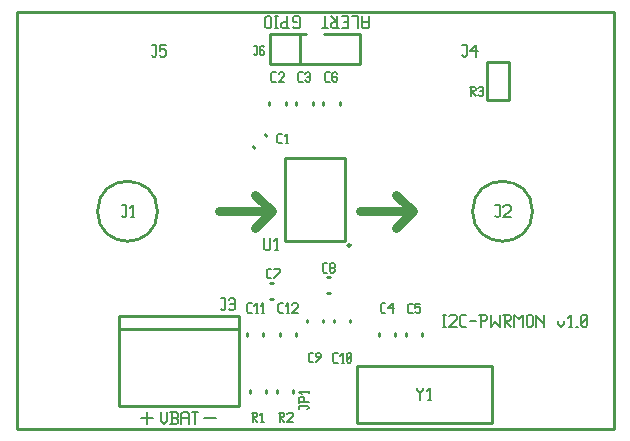
<source format=gbr>
G04 start of page 8 for group -4079 idx -4079 *
G04 Title: (unknown), topsilk *
G04 Creator: pcb 20140316 *
G04 CreationDate: Sun 30 Dec 2018 08:06:51 PM GMT UTC *
G04 For: railfan *
G04 Format: Gerber/RS-274X *
G04 PCB-Dimensions (mil): 2200.00 1600.00 *
G04 PCB-Coordinate-Origin: lower left *
%MOIN*%
%FSLAX25Y25*%
%LNTOPSILK*%
%ADD76C,0.0060*%
%ADD75C,0.0300*%
%ADD74C,0.0100*%
G54D74*X10500Y149500D02*X209500D01*
Y10500D01*
G54D75*X142500Y83000D02*X137000Y88500D01*
X142500Y83000D02*X137000Y77500D01*
X125000Y83000D02*X142500D01*
G54D74*X10500Y149500D02*Y10500D01*
G54D75*X78000Y83000D02*X95500D01*
X90000Y88500D01*
X95500Y83000D02*X90000Y77500D01*
G54D74*X10500Y10500D02*X209500D01*
G54D76*X73000Y14000D02*X77000D01*
X52000D02*X56000D01*
X54000Y16000D02*Y12000D01*
X103000Y144000D02*X102500Y144500D01*
X103000Y144000D02*X104500D01*
X105000Y144500D02*X104500Y144000D01*
X105000Y147500D02*Y144500D01*
Y147500D02*X104500Y148000D01*
X103000D02*X104500D01*
X103000D02*X102500Y147500D01*
Y146500D01*
X103000Y146000D02*X102500Y146500D01*
X103000Y146000D02*X104000D01*
X100800Y148000D02*Y144000D01*
X99300D02*X101300D01*
X99300D02*X98800Y144500D01*
Y145500D02*Y144500D01*
X99300Y146000D02*X98800Y145500D01*
X99300Y146000D02*X100800D01*
X96600Y144000D02*X97600D01*
X97100Y148000D02*Y144000D01*
X96600Y148000D02*X97600D01*
X95400Y147500D02*Y144500D01*
X94900Y144000D01*
X93900D02*X94900D01*
X93900D02*X93400Y144500D01*
Y147500D02*Y144500D01*
X93900Y148000D02*X93400Y147500D01*
X93900Y148000D02*X94900D01*
X95400Y147500D02*X94900Y148000D01*
X128000D02*Y144500D01*
X127500Y144000D01*
X126000D02*X127500D01*
X126000D02*X125500Y144500D01*
Y148000D02*Y144500D01*
Y146000D02*X128000D01*
X124300Y148000D02*Y144000D01*
X122300Y148000D02*X124300D01*
X119600Y146000D02*X121100D01*
X119100Y148000D02*X121100D01*
Y144000D01*
X119100D02*X121100D01*
X115900D02*X117900D01*
X115900D02*X115400Y144500D01*
Y145500D02*Y144500D01*
X115900Y146000D02*X115400Y145500D01*
X115900Y146000D02*X117400D01*
Y148000D02*Y144000D01*
Y146000D02*X115400Y148000D01*
X112200Y144000D02*X114200D01*
X113200Y148000D02*Y144000D01*
X152500Y48500D02*X153500D01*
X153000D02*Y44500D01*
X152500D02*X153500D01*
X154700Y48000D02*X155200Y48500D01*
X156700D01*
X157200Y48000D01*
Y47000D01*
X154700Y44500D02*X157200Y47000D01*
X154700Y44500D02*X157200D01*
X158900D02*X160400D01*
X158400Y45000D02*X158900Y44500D01*
X158400Y48000D02*Y45000D01*
Y48000D02*X158900Y48500D01*
X160400D01*
X161600Y46500D02*X163600D01*
X165300Y48500D02*Y44500D01*
X164800Y48500D02*X166800D01*
X167300Y48000D01*
Y47000D01*
X166800Y46500D02*X167300Y47000D01*
X165300Y46500D02*X166800D01*
X168500Y48500D02*Y44500D01*
X170000Y46000D01*
X171500Y44500D01*
Y48500D02*Y44500D01*
X172700Y48500D02*X174700D01*
X175200Y48000D01*
Y47000D01*
X174700Y46500D02*X175200Y47000D01*
X173200Y46500D02*X174700D01*
X173200Y48500D02*Y44500D01*
Y46500D02*X175200Y44500D01*
X176400Y48500D02*Y44500D01*
Y48500D02*X177900Y47000D01*
X179400Y48500D01*
Y44500D01*
X180600Y48000D02*Y45000D01*
Y48000D02*X181100Y48500D01*
X182100D01*
X182600Y48000D01*
Y45000D01*
X182100Y44500D02*X182600Y45000D01*
X181100Y44500D02*X182100D01*
X180600Y45000D02*X181100Y44500D01*
X183800Y48500D02*Y44500D01*
Y48500D02*Y48000D01*
X186300Y45500D01*
Y48500D02*Y44500D01*
X191100Y46500D02*Y45500D01*
X192100Y44500D01*
X193100Y45500D01*
Y46500D02*Y45500D01*
X194800Y44500D02*X195800D01*
X195300Y48500D02*Y44500D01*
X194300Y47500D02*X195300Y48500D01*
X197000Y44500D02*X197500D01*
X198700Y45000D02*X199200Y44500D01*
X198700Y48000D02*Y45000D01*
Y48000D02*X199200Y48500D01*
X200200D01*
X200700Y48000D01*
Y45000D01*
X200200Y44500D02*X200700Y45000D01*
X199200Y44500D02*X200200D01*
X198700Y45500D02*X200700Y47500D01*
X58500Y16000D02*Y13000D01*
X59500Y12000D01*
X60500Y13000D01*
Y16000D02*Y13000D01*
X61700Y12000D02*X63700D01*
X64200Y12500D01*
Y13500D02*Y12500D01*
X63700Y14000D02*X64200Y13500D01*
X62200Y14000D02*X63700D01*
X62200Y16000D02*Y12000D01*
X61700Y16000D02*X63700D01*
X64200Y15500D01*
Y14500D01*
X63700Y14000D02*X64200Y14500D01*
X65400Y15500D02*Y12000D01*
Y15500D02*X65900Y16000D01*
X67400D01*
X67900Y15500D01*
Y12000D01*
X65400Y14000D02*X67900D01*
X69100Y16000D02*X71100D01*
X70100D02*Y12000D01*
G54D74*X95000Y132000D02*X125000D01*
Y142000D02*Y132000D01*
X95000Y142000D02*Y132000D01*
X105000Y142000D02*Y132000D01*
X95000Y142000D02*X107000D01*
X113000D02*X125000D01*
X100157Y73220D02*X119843D01*
X100157Y100780D02*Y73220D01*
Y100780D02*X119843D01*
Y73220D01*
X121843Y71720D02*G75*G03X121843Y71720I-500J0D01*G01*
X103745Y119393D02*Y118607D01*
X109255Y119393D02*Y118607D01*
X112745Y119393D02*Y118607D01*
X118255Y119393D02*Y118607D01*
X94745Y119393D02*Y118607D01*
X100255Y119393D02*Y118607D01*
X93755Y23393D02*Y22607D01*
X88245Y23393D02*Y22607D01*
X102755Y23393D02*Y22607D01*
X97245Y23393D02*Y22607D01*
X44500Y18200D02*X84500D01*
X44500Y48200D02*X84500D01*
X44500Y43800D02*X84500D01*
X44500Y48200D02*Y18200D01*
X84500Y48200D02*Y18200D01*
X95107Y59255D02*X95893D01*
X95107Y53745D02*X95893D01*
X103755Y42393D02*Y41607D01*
X98245Y42393D02*Y41607D01*
X92755Y42393D02*Y41607D01*
X87245Y42393D02*Y41607D01*
X107245Y46850D02*Y46064D01*
X112755Y46850D02*Y46064D01*
X116245Y46850D02*Y46064D01*
X121755Y46850D02*Y46064D01*
X114107Y61255D02*X114893D01*
X114107Y55745D02*X114893D01*
X89274Y104830D02*X89830Y104274D01*
X93170Y108726D02*X93726Y108170D01*
X145755Y42393D02*Y41607D01*
X140245Y42393D02*Y41607D01*
X123862Y31350D02*X169138D01*
Y12650D01*
X123862D02*X169138D01*
X123862Y31350D02*Y12650D01*
X136755Y42393D02*Y41607D01*
X131245Y42393D02*Y41607D01*
X182500Y83100D02*G75*G03X182500Y83100I-10000J0D01*G01*
X167259Y132799D02*Y120201D01*
Y132799D02*X174741D01*
Y120201D01*
X167259D02*X174741D01*
X57500Y83100D02*G75*G03X57500Y83100I-10000J0D01*G01*
G54D76*X89500Y138230D02*X90655D01*
Y135535D01*
X90270Y135150D02*X90655Y135535D01*
X89885Y135150D02*X90270D01*
X89500Y135535D02*X89885Y135150D01*
X92734Y138230D02*X93119Y137845D01*
X91964Y138230D02*X92734D01*
X91579Y137845D02*X91964Y138230D01*
X91579Y137845D02*Y135535D01*
X91964Y135150D01*
X92734Y136690D02*X93119Y136305D01*
X91579Y136690D02*X92734D01*
X91964Y135150D02*X92734D01*
X93119Y135535D01*
Y136305D02*Y135535D01*
X55500Y138500D02*X57000D01*
Y135000D01*
X56500Y134500D02*X57000Y135000D01*
X56000Y134500D02*X56500D01*
X55500Y135000D02*X56000Y134500D01*
X58200Y138500D02*X60200D01*
X58200D02*Y136500D01*
X58700Y137000D01*
X59700D01*
X60200Y136500D01*
Y135000D01*
X59700Y134500D02*X60200Y135000D01*
X58700Y134500D02*X59700D01*
X58200Y135000D02*X58700Y134500D01*
X93000Y74000D02*Y70500D01*
X93500Y70000D01*
X94500D01*
X95000Y70500D01*
Y74000D02*Y70500D01*
X96700Y70000D02*X97700D01*
X97200Y74000D02*Y70000D01*
X96200Y73000D02*X97200Y74000D01*
X94278Y60800D02*X95433D01*
X93893Y61185D02*X94278Y60800D01*
X93893Y63495D02*Y61185D01*
Y63495D02*X94278Y63880D01*
X95433D01*
X96357Y60800D02*X98282Y62725D01*
Y63880D02*Y62725D01*
X96357Y63880D02*X98282D01*
X104770Y18255D02*Y17100D01*
Y18255D02*X107465D01*
X107850Y17870D02*X107465Y18255D01*
X107850Y17870D02*Y17485D01*
X107465Y17100D02*X107850Y17485D01*
X104770Y19564D02*X107850D01*
X104770Y20719D02*Y19179D01*
Y20719D02*X105155Y21104D01*
X105925D01*
X106310Y20719D02*X105925Y21104D01*
X106310Y20719D02*Y19564D01*
X107850Y23183D02*Y22413D01*
X104770Y22798D02*X107850D01*
X105540Y22028D02*X104770Y22798D01*
X45500Y85000D02*X47000D01*
Y81500D01*
X46500Y81000D02*X47000Y81500D01*
X46000Y81000D02*X46500D01*
X45500Y81500D02*X46000Y81000D01*
X48700D02*X49700D01*
X49200Y85000D02*Y81000D01*
X48200Y84000D02*X49200Y85000D01*
X78500Y54000D02*X80000D01*
Y50500D01*
X79500Y50000D02*X80000Y50500D01*
X79000Y50000D02*X79500D01*
X78500Y50500D02*X79000Y50000D01*
X81200Y53500D02*X81700Y54000D01*
X82700D01*
X83200Y53500D01*
Y50500D01*
X82700Y50000D02*X83200Y50500D01*
X81700Y50000D02*X82700D01*
X81200Y50500D02*X81700Y50000D01*
Y52000D02*X83200D01*
X87735Y49300D02*X88890D01*
X87350Y49685D02*X87735Y49300D01*
X87350Y51995D02*Y49685D01*
Y51995D02*X87735Y52380D01*
X88890D01*
X90199Y49300D02*X90969D01*
X90584Y52380D02*Y49300D01*
X89814Y51610D02*X90584Y52380D01*
X92278Y49300D02*X93048D01*
X92663Y52380D02*Y49300D01*
X91893Y51610D02*X92663Y52380D01*
X88850Y15880D02*X90390D01*
X90775Y15495D01*
Y14725D01*
X90390Y14340D02*X90775Y14725D01*
X89235Y14340D02*X90390D01*
X89235Y15880D02*Y12800D01*
Y14340D02*X90775Y12800D01*
X92084D02*X92854D01*
X92469Y15880D02*Y12800D01*
X91699Y15110D02*X92469Y15880D01*
X97850D02*X99390D01*
X99775Y15495D01*
Y14725D01*
X99390Y14340D02*X99775Y14725D01*
X98235Y14340D02*X99390D01*
X98235Y15880D02*Y12800D01*
Y14340D02*X99775Y12800D01*
X100699Y15495D02*X101084Y15880D01*
X102239D01*
X102624Y15495D01*
Y14725D01*
X100699Y12800D02*X102624Y14725D01*
X100699Y12800D02*X102624D01*
X95821Y126300D02*X96976D01*
X95436Y126685D02*X95821Y126300D01*
X95436Y128995D02*Y126685D01*
Y128995D02*X95821Y129380D01*
X96976D01*
X97900Y128995D02*X98285Y129380D01*
X99440D01*
X99825Y128995D01*
Y128225D01*
X97900Y126300D02*X99825Y128225D01*
X97900Y126300D02*X99825D01*
X97864Y105757D02*X99019D01*
X97479Y106142D02*X97864Y105757D01*
X97479Y108452D02*Y106142D01*
Y108452D02*X97864Y108837D01*
X99019D01*
X100328Y105757D02*X101098D01*
X100713Y108837D02*Y105757D01*
X99943Y108067D02*X100713Y108837D01*
X144000Y24000D02*Y23500D01*
X145000Y22500D01*
X146000Y23500D01*
Y24000D02*Y23500D01*
X145000Y22500D02*Y20000D01*
X147700D02*X148700D01*
X148200Y24000D02*Y20000D01*
X147200Y23000D02*X148200Y24000D01*
X132278Y49300D02*X133433D01*
X131893Y49685D02*X132278Y49300D01*
X131893Y51995D02*Y49685D01*
Y51995D02*X132278Y52380D01*
X133433D01*
X134357Y50840D02*X135897Y52380D01*
X134357Y50840D02*X136282D01*
X135897Y52380D02*Y49300D01*
X141385Y49150D02*X142540D01*
X141000Y49535D02*X141385Y49150D01*
X141000Y51845D02*Y49535D01*
Y51845D02*X141385Y52230D01*
X142540D01*
X143464D02*X145004D01*
X143464D02*Y50690D01*
X143849Y51075D01*
X144619D01*
X145004Y50690D01*
Y49535D01*
X144619Y49150D02*X145004Y49535D01*
X143849Y49150D02*X144619D01*
X143464Y49535D02*X143849Y49150D01*
X98192Y49300D02*X99347D01*
X97807Y49685D02*X98192Y49300D01*
X97807Y51995D02*Y49685D01*
Y51995D02*X98192Y52380D01*
X99347D01*
X100656Y49300D02*X101426D01*
X101041Y52380D02*Y49300D01*
X100271Y51610D02*X101041Y52380D01*
X102350Y51995D02*X102735Y52380D01*
X103890D01*
X104275Y51995D01*
Y51225D01*
X102350Y49300D02*X104275Y51225D01*
X102350Y49300D02*X104275D01*
X116385Y32650D02*X117540D01*
X116000Y33035D02*X116385Y32650D01*
X116000Y35345D02*Y33035D01*
Y35345D02*X116385Y35730D01*
X117540D01*
X118849Y32650D02*X119619D01*
X119234Y35730D02*Y32650D01*
X118464Y34960D02*X119234Y35730D01*
X120543Y33035D02*X120928Y32650D01*
X120543Y35345D02*Y33035D01*
Y35345D02*X120928Y35730D01*
X121698D01*
X122083Y35345D01*
Y33035D01*
X121698Y32650D02*X122083Y33035D01*
X120928Y32650D02*X121698D01*
X120543Y33420D02*X122083Y34960D01*
X108235Y32843D02*X109390D01*
X107850Y33228D02*X108235Y32843D01*
X107850Y35538D02*Y33228D01*
Y35538D02*X108235Y35923D01*
X109390D01*
X110314Y32843D02*X111854Y34383D01*
Y35538D02*Y34383D01*
X111469Y35923D02*X111854Y35538D01*
X110699Y35923D02*X111469D01*
X110314Y35538D02*X110699Y35923D01*
X110314Y35538D02*Y34768D01*
X110699Y34383D01*
X111854D01*
X104735Y126300D02*X105890D01*
X104350Y126685D02*X104735Y126300D01*
X104350Y128995D02*Y126685D01*
Y128995D02*X104735Y129380D01*
X105890D01*
X106814Y128995D02*X107199Y129380D01*
X107969D01*
X108354Y128995D01*
Y126685D01*
X107969Y126300D02*X108354Y126685D01*
X107199Y126300D02*X107969D01*
X106814Y126685D02*X107199Y126300D01*
Y127840D02*X108354D01*
X112885Y62650D02*X114040D01*
X112500Y63035D02*X112885Y62650D01*
X112500Y65345D02*Y63035D01*
Y65345D02*X112885Y65730D01*
X114040D01*
X114964Y63035D02*X115349Y62650D01*
X114964Y63805D02*Y63035D01*
Y63805D02*X115349Y64190D01*
X116119D01*
X116504Y63805D01*
Y63035D01*
X116119Y62650D02*X116504Y63035D01*
X115349Y62650D02*X116119D01*
X114964Y64575D02*X115349Y64190D01*
X114964Y65345D02*Y64575D01*
Y65345D02*X115349Y65730D01*
X116119D01*
X116504Y65345D01*
Y64575D01*
X116119Y64190D02*X116504Y64575D01*
X113735Y126300D02*X114890D01*
X113350Y126685D02*X113735Y126300D01*
X113350Y128995D02*Y126685D01*
Y128995D02*X113735Y129380D01*
X114890D01*
X116969D02*X117354Y128995D01*
X116199Y129380D02*X116969D01*
X115814Y128995D02*X116199Y129380D01*
X115814Y128995D02*Y126685D01*
X116199Y126300D01*
X116969Y127840D02*X117354Y127455D01*
X115814Y127840D02*X116969D01*
X116199Y126300D02*X116969D01*
X117354Y126685D01*
Y127455D02*Y126685D01*
X159000Y138500D02*X160500D01*
Y135000D01*
X160000Y134500D02*X160500Y135000D01*
X159500Y134500D02*X160000D01*
X159000Y135000D02*X159500Y134500D01*
X161700Y136500D02*X163700Y138500D01*
X161700Y136500D02*X164200D01*
X163700Y138500D02*Y134500D01*
X170000Y85100D02*X171500D01*
Y81600D01*
X171000Y81100D02*X171500Y81600D01*
X170500Y81100D02*X171000D01*
X170000Y81600D02*X170500Y81100D01*
X172700Y84600D02*X173200Y85100D01*
X174700D01*
X175200Y84600D01*
Y83600D01*
X172700Y81100D02*X175200Y83600D01*
X172700Y81100D02*X175200D01*
X161600Y124630D02*X163140D01*
X163525Y124245D01*
Y123475D01*
X163140Y123090D02*X163525Y123475D01*
X161985Y123090D02*X163140D01*
X161985Y124630D02*Y121550D01*
Y123090D02*X163525Y121550D01*
X164449Y124245D02*X164834Y124630D01*
X165604D01*
X165989Y124245D01*
Y121935D01*
X165604Y121550D02*X165989Y121935D01*
X164834Y121550D02*X165604D01*
X164449Y121935D02*X164834Y121550D01*
Y123090D02*X165989D01*
M02*

</source>
